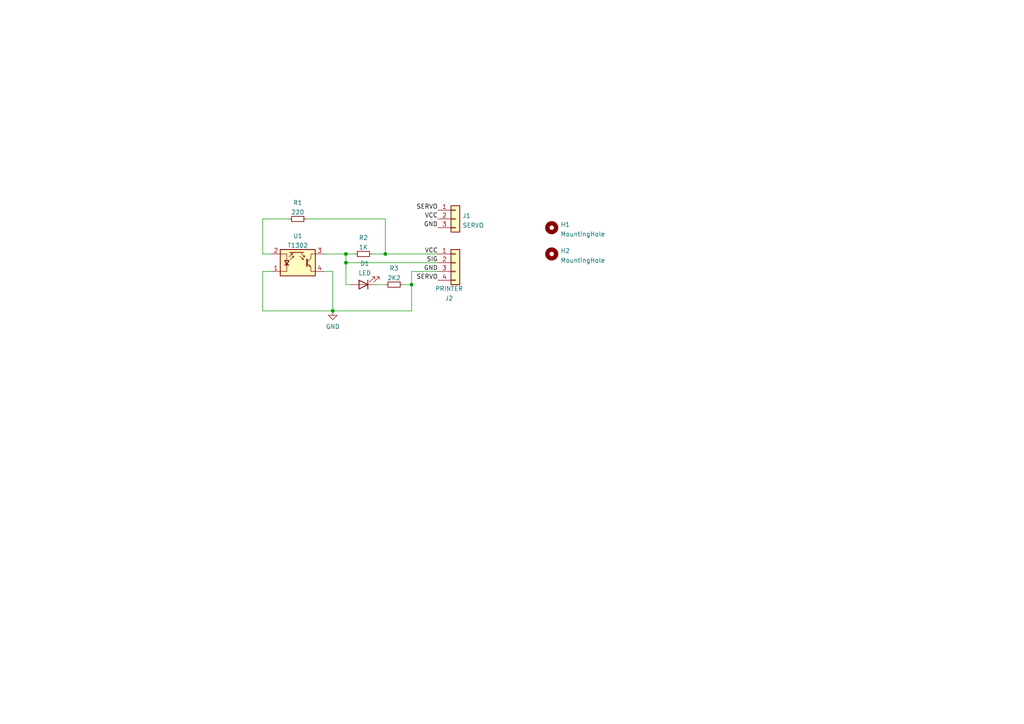
<source format=kicad_sch>
(kicad_sch (version 20210621) (generator eeschema)
  (paper "A4")
  (lib_symbols
    (symbol "Connector_Generic:Conn_01x03" (pin_names (offset 1.016) hide)
      (property "Reference" "J" (at 0 5.08 0))
      (property "Value" "Conn_01x03" (at 0 -5.08 0))
      (symbol "Conn_01x03_1_1"
        (rectangle (start -1.27 -2.413) (end 0 -2.667) (stroke (width 0.1524)))
        (rectangle (start -1.27 0.127) (end 0 -0.127) (stroke (width 0.1524)))
        (rectangle (start -1.27 2.667) (end 0 2.413) (stroke (width 0.1524)))
        (rectangle (start -1.27 3.81) (end 1.27 -3.81) (stroke (width 0.254)) (fill (type background)))
        (pin passive line (at -5.08 2.54 0) (length 3.81) (name "Pin_1") (number "1"))
        (pin passive line (at -5.08 0 0) (length 3.81) (name "Pin_2") (number "2"))
        (pin passive line (at -5.08 -2.54 0) (length 3.81) (name "Pin_3") (number "3"))
      )
    )
    (symbol "Connector_Generic:Conn_01x04" (pin_names (offset 1.016) hide)
      (property "Reference" "J" (at 0 5.08 0))
      (property "Value" "Conn_01x04" (at 0 -7.62 0))
      (symbol "Conn_01x04_1_1"
        (rectangle (start -1.27 -4.953) (end 0 -5.207) (stroke (width 0.1524)))
        (rectangle (start -1.27 -2.413) (end 0 -2.667) (stroke (width 0.1524)))
        (rectangle (start -1.27 0.127) (end 0 -0.127) (stroke (width 0.1524)))
        (rectangle (start -1.27 2.667) (end 0 2.413) (stroke (width 0.1524)))
        (rectangle (start -1.27 3.81) (end 1.27 -6.35) (stroke (width 0.254)) (fill (type background)))
        (pin passive line (at -5.08 2.54 0) (length 3.81) (name "Pin_1") (number "1"))
        (pin passive line (at -5.08 0 0) (length 3.81) (name "Pin_2") (number "2"))
        (pin passive line (at -5.08 -2.54 0) (length 3.81) (name "Pin_3") (number "3"))
        (pin passive line (at -5.08 -5.08 0) (length 3.81) (name "Pin_4") (number "4"))
      )
    )
    (symbol "Device:LED" (pin_numbers hide) (pin_names (offset 1.016) hide)
      (property "Reference" "D" (at 0 2.54 0))
      (property "Value" "LED" (at 0 -2.54 0))
      (symbol "LED_0_1"
        (polyline (pts (xy -1.27 -1.27) (xy -1.27 1.27)) (stroke (width 0.254)))
        (polyline (pts (xy -1.27 0) (xy 1.27 0)))
        (polyline (pts (xy 1.27 -1.27) (xy 1.27 1.27) (xy -1.27 0) (xy 1.27 -1.27)) (stroke (width 0.254)))
        (polyline (pts (xy -3.048 -0.762) (xy -4.572 -2.286) (xy -3.81 -2.286) (xy -4.572 -2.286) (xy -4.572 -1.524)))
        (polyline (pts (xy -1.778 -0.762) (xy -3.302 -2.286) (xy -2.54 -2.286) (xy -3.302 -2.286) (xy -3.302 -1.524)))
      )
      (symbol "LED_1_1"
        (pin passive line (at -3.81 0 0) (length 2.54) (name "K") (number "1"))
        (pin passive line (at 3.81 0 180) (length 2.54) (name "A") (number "2"))
      )
    )
    (symbol "Device:R_Small" (pin_numbers hide) (pin_names (offset 0.254) hide)
      (property "Reference" "R" (at 0.762 0.508 0))
      (property "Value" "R_Small" (at 0.762 -1.016 0))
      (symbol "R_Small_0_1"
        (rectangle (start -0.762 1.778) (end 0.762 -1.778) (stroke (width 0.2032)))
      )
      (symbol "R_Small_1_1"
        (pin passive line (at 0 2.54 270) (length 0.762) (name "~") (number "1"))
        (pin passive line (at 0 -2.54 90) (length 0.762) (name "~") (number "2"))
      )
    )
    (symbol "Mechanical:MountingHole" (pin_names (offset 1.016))
      (property "Reference" "H" (at 0 5.08 0))
      (property "Value" "MountingHole" (at 0 3.175 0))
      (symbol "MountingHole_0_1"
        (circle (center 0 0) (radius 1.27) (stroke (width 1.27)) (stroke (width 1.27)))
      )
    )
    (symbol "Sensor_Proximity:BPR-105F" (pin_names (offset 0.0254) hide)
      (property "Reference" "U" (at -3.81 5.08 0))
      (property "Value" "BPR-105F" (at 12.7 5.08 0))
      (symbol "BPR-105F_0_1"
        (polyline (pts (xy -3.81 -0.635) (xy -2.54 -0.635)) (stroke (width 0.254)))
        (polyline (pts (xy -2.286 2.921) (xy -2.032 3.175)))
        (polyline (pts (xy -1.778 2.921) (xy -1.524 3.175)))
        (polyline (pts (xy -1.524 2.667) (xy -1.651 2.159)))
        (polyline (pts (xy -1.27 2.921) (xy -1.016 3.175)))
        (polyline (pts (xy -1.143 1.905) (xy -1.27 1.397)))
        (polyline (pts (xy -0.762 2.921) (xy -0.508 3.175)))
        (polyline (pts (xy -0.254 2.921) (xy 0 3.175)))
        (polyline (pts (xy 0.254 2.921) (xy 0.508 3.175)))
        (polyline (pts (xy 0.762 2.921) (xy 1.016 3.175)))
        (polyline (pts (xy 1.27 2.921) (xy 1.524 3.175)))
        (polyline (pts (xy 1.651 0.889) (xy 1.143 1.016)))
        (polyline (pts (xy 1.778 2.921) (xy -2.413 2.921)))
        (polyline (pts (xy 2.032 1.651) (xy 1.524 1.778)))
        (polyline (pts (xy 2.667 -0.127) (xy 3.81 -1.27)))
        (polyline (pts (xy 2.667 0.127) (xy 3.81 1.27)))
        (polyline (pts (xy -2.54 1.651) (xy -1.524 2.667) (xy -2.032 2.54)))
        (polyline (pts (xy -2.159 0.889) (xy -1.143 1.905) (xy -1.651 1.778)))
        (polyline (pts (xy 0.635 1.905) (xy 1.651 0.889) (xy 1.524 1.397)))
        (polyline (pts (xy 1.016 2.667) (xy 2.032 1.651) (xy 1.905 2.159)))
        (polyline (pts (xy 2.667 1.016) (xy 2.667 -1.016) (xy 2.667 -1.016)) (stroke (width 0.3556)))
        (polyline (pts (xy 3.81 -1.27) (xy 3.81 -2.54) (xy 5.08 -2.54)))
        (polyline (pts (xy 3.81 1.27) (xy 3.81 2.54) (xy 5.08 2.54)))
        (polyline (pts (xy -5.08 -2.54) (xy -3.175 -2.54) (xy -3.175 2.54) (xy -5.08 2.54)))
        (polyline (pts (xy -3.175 -0.635) (xy -3.81 0.635) (xy -2.54 0.635) (xy -3.175 -0.635)) (stroke (width 0.254)))
        (polyline (pts (xy 3.683 -1.143) (xy 3.429 -0.635) (xy 3.175 -0.889) (xy 3.683 -1.143)))
        (polyline (pts (xy -5.08 -3.81) (xy 5.08 -3.81) (xy 5.08 3.81) (xy -5.08 3.81) (xy -5.08 -3.81)) (stroke (width 0.254)) (fill (type background)))
      )
      (symbol "BPR-105F_1_1"
        (pin passive line (at -7.62 -2.54 0) (length 2.54) (name "K") (number "1"))
        (pin passive line (at -7.62 2.54 0) (length 2.54) (name "A") (number "2"))
        (pin open_collector line (at 7.62 2.54 180) (length 2.54) (name "C") (number "3"))
        (pin open_emitter line (at 7.62 -2.54 180) (length 2.54) (name "E") (number "4"))
      )
    )
    (symbol "power:GND" (power) (pin_names (offset 0))
      (property "Value" "GND" (at 0 -3.81 0))
      (symbol "GND_0_1"
        (polyline (pts (xy 0 0) (xy 0 -1.27) (xy 1.27 -1.27) (xy 0 -2.54) (xy -1.27 -1.27) (xy 0 -1.27)))
      )
      (symbol "GND_1_1"
        (pin power_in line (at 0 0 270) (length 0) hide (name "GND") (number "1"))
      )
    )
  )
  (junction (at 96.52 90.17))
  (junction (at 100.33 73.66))
  (junction (at 100.33 76.2))
  (junction (at 111.76 73.66))
  (junction (at 119.38 82.55))
  (wire (pts (xy 76.2 63.5) (xy 76.2 73.66)))
  (wire (pts (xy 76.2 73.66) (xy 78.74 73.66)))
  (wire (pts (xy 76.2 78.74) (xy 76.2 90.17)))
  (wire (pts (xy 76.2 90.17) (xy 96.52 90.17)))
  (wire (pts (xy 78.74 78.74) (xy 76.2 78.74)))
  (wire (pts (xy 83.82 63.5) (xy 76.2 63.5)))
  (wire (pts (xy 88.9 63.5) (xy 111.76 63.5)))
  (wire (pts (xy 93.98 73.66) (xy 100.33 73.66)))
  (wire (pts (xy 93.98 78.74) (xy 96.52 78.74)))
  (wire (pts (xy 96.52 78.74) (xy 96.52 90.17)))
  (wire (pts (xy 96.52 90.17) (xy 119.38 90.17)))
  (wire (pts (xy 100.33 73.66) (xy 102.87 73.66)))
  (wire (pts (xy 100.33 76.2) (xy 100.33 73.66)))
  (wire (pts (xy 100.33 76.2) (xy 100.33 82.55)))
  (wire (pts (xy 100.33 82.55) (xy 101.6 82.55)))
  (wire (pts (xy 107.95 73.66) (xy 111.76 73.66)))
  (wire (pts (xy 109.22 82.55) (xy 111.76 82.55)))
  (wire (pts (xy 111.76 63.5) (xy 111.76 73.66)))
  (wire (pts (xy 111.76 73.66) (xy 127 73.66)))
  (wire (pts (xy 116.84 82.55) (xy 119.38 82.55)))
  (wire (pts (xy 119.38 78.74) (xy 127 78.74)))
  (wire (pts (xy 119.38 82.55) (xy 119.38 78.74)))
  (wire (pts (xy 119.38 82.55) (xy 119.38 90.17)))
  (wire (pts (xy 127 76.2) (xy 100.33 76.2)))
  (label "SERVO" (at 127 60.96 180))
  (label "VCC" (at 127 63.5 180))
  (label "GND" (at 127 66.04 180))
  (label "VCC" (at 127 73.66 180))
  (label "SIG" (at 127 76.2 180))
  (label "GND" (at 127 78.74 180))
  (label "SERVO" (at 127 81.28 180))
  (symbol (lib_id "power:GND") (at 96.52 90.17 0) (unit 1)
    (property "Reference" "#PWR01" (effects hide))
    (property "Value" "GND" (at 96.52 94.7324 0))
  )
  (symbol (lib_id "Device:R_Small") (at 86.36 63.5 270) (unit 1)
    (property "Reference" "R1" (at 86.36 58.7969 90))
    (property "Value" "220" (at 86.36 61.572 90))
    (property "Footprint" "Resistor_SMD:R_0603_1608Metric_Pad0.98x0.95mm_HandSolder" (effects hide))
  )
  (symbol (lib_id "Device:R_Small") (at 105.41 73.66 90) (unit 1)
    (property "Reference" "R2" (at 105.41 68.9569 90))
    (property "Value" "1K" (at 105.41 71.732 90))
    (property "Footprint" "Resistor_SMD:R_0603_1608Metric_Pad0.98x0.95mm_HandSolder" (effects hide))
  )
  (symbol (lib_id "Device:R_Small") (at 114.3 82.55 90) (unit 1)
    (property "Reference" "R3" (at 114.3 77.8469 90))
    (property "Value" "2K2" (at 114.3 80.622 90))
    (property "Footprint" "Resistor_SMD:R_0603_1608Metric_Pad0.98x0.95mm_HandSolder" (effects hide))
  )
  (symbol (lib_id "Mechanical:MountingHole") (at 160.02 66.04 0) (unit 1)
    (property "Reference" "H1" (at 162.56 65.1315 0) (effects (justify left)))
    (property "Value" "MountingHole" (at 162.56 67.9066 0) (effects (justify left)))
    (property "Footprint" "MountingHole:MountingHole_3.2mm_M3" (effects hide))
  )
  (symbol (lib_id "Mechanical:MountingHole") (at 160.02 73.66 0) (unit 1)
    (property "Reference" "H2" (at 162.56 72.7515 0) (effects (justify left)))
    (property "Value" "MountingHole" (at 162.56 75.5266 0) (effects (justify left)))
    (property "Footprint" "MountingHole:MountingHole_3.2mm_M3" (effects hide))
  )
  (symbol (lib_id "Device:LED") (at 105.41 82.55 180) (unit 1)
    (property "Reference" "D1" (at 105.7909 76.4245 0))
    (property "Value" "LED" (at 105.7909 79.1996 0))
    (property "Footprint" "LED_SMD:LED_0603_1608Metric_Pad1.05x0.95mm_HandSolder" (effects hide))
  )
  (symbol (lib_id "Connector_Generic:Conn_01x03") (at 132.08 63.5 0) (unit 1)
    (property "Reference" "J1" (at 134.1119 62.5915 0) (effects (justify left)))
    (property "Value" "SERVO" (at 134.1119 65.3666 0) (effects (justify left)))
    (property "Footprint" "microTouch:GS-1502" (effects hide))
  )
  (symbol (lib_id "Connector_Generic:Conn_01x04") (at 132.08 76.2 0) (unit 1)
    (property "Reference" "J2" (at 130.2385 86.5165 0))
    (property "Value" "PRINTER" (at 130.2385 83.7414 0))
    (property "Footprint" "Connector_JST:JST_PH_B4B-PH-K_1x04_P2.00mm_Vertical" (effects hide))
  )
  (symbol (lib_id "Sensor_Proximity:BPR-105F") (at 86.36 76.2 0) (unit 1)
    (property "Reference" "U1" (at 86.36 68.4235 0))
    (property "Value" "T1302" (at 86.36 71.1986 0))
    (property "Footprint" "microTouch:T1302" (effects hide))
    (property "Datasheet" "http://www.ystone.com.tw/en/data/goods/IRPT/Photo%20Interrupters-Reflective%20Type.pdf" (effects hide))
  )
)
</source>
